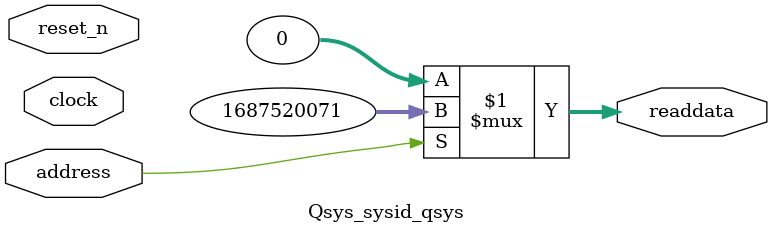
<source format=v>



// synthesis translate_off
`timescale 1ns / 1ps
// synthesis translate_on

// turn off superfluous verilog processor warnings 
// altera message_level Level1 
// altera message_off 10034 10035 10036 10037 10230 10240 10030 

module Qsys_sysid_qsys (
               // inputs:
                address,
                clock,
                reset_n,

               // outputs:
                readdata
             )
;

  output  [ 31: 0] readdata;
  input            address;
  input            clock;
  input            reset_n;

  wire    [ 31: 0] readdata;
  //control_slave, which is an e_avalon_slave
  assign readdata = address ? 1687520071 : 0;

endmodule



</source>
